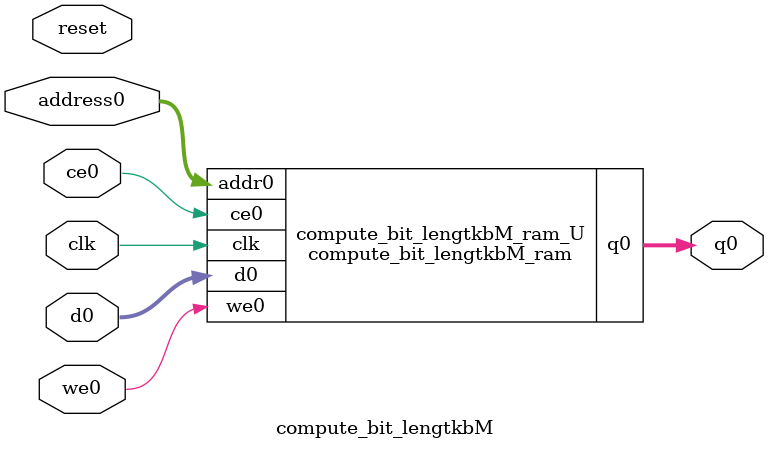
<source format=v>
`timescale 1 ns / 1 ps
module compute_bit_lengtkbM_ram (addr0, ce0, d0, we0, q0,  clk);

parameter DWIDTH = 6;
parameter AWIDTH = 8;
parameter MEM_SIZE = 255;

input[AWIDTH-1:0] addr0;
input ce0;
input[DWIDTH-1:0] d0;
input we0;
output reg[DWIDTH-1:0] q0;
input clk;

(* ram_style = "block" *)reg [DWIDTH-1:0] ram[0:MEM_SIZE-1];




always @(posedge clk)  
begin 
    if (ce0) begin
        if (we0) 
            ram[addr0] <= d0; 
        q0 <= ram[addr0];
    end
end


endmodule

`timescale 1 ns / 1 ps
module compute_bit_lengtkbM(
    reset,
    clk,
    address0,
    ce0,
    we0,
    d0,
    q0);

parameter DataWidth = 32'd6;
parameter AddressRange = 32'd255;
parameter AddressWidth = 32'd8;
input reset;
input clk;
input[AddressWidth - 1:0] address0;
input ce0;
input we0;
input[DataWidth - 1:0] d0;
output[DataWidth - 1:0] q0;



compute_bit_lengtkbM_ram compute_bit_lengtkbM_ram_U(
    .clk( clk ),
    .addr0( address0 ),
    .ce0( ce0 ),
    .we0( we0 ),
    .d0( d0 ),
    .q0( q0 ));

endmodule


</source>
